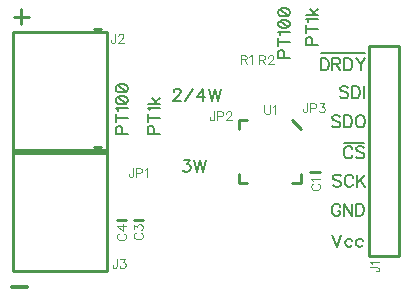
<source format=gbr>
G04 DipTrace 2.2.0.9*
%INTopSilk.gbr*%
%MOIN*%
%ADD10C,0.0098*%
%ADD14C,0.0138*%
%ADD18C,0.007*%
%ADD32C,0.0046*%
%ADD33C,0.0062*%
%ADD34C,0.0093*%
%FSLAX44Y44*%
G04*
G70*
G90*
G75*
G01*
%LNTopSilk*%
%LPD*%
X15530Y8232D2*
D10*
X15215D1*
X9644Y6644D2*
X9329D1*
X9076Y6643D2*
X8761D1*
X18191Y12440D2*
X17191D1*
X18191Y5440D2*
Y12440D1*
Y5440D2*
X17191D1*
Y12440D1*
X5325Y8884D2*
X8445D1*
Y12924D1*
X5325D1*
Y8884D1*
X8235Y13014D2*
X8015D1*
X5325Y4945D2*
X8445D1*
Y8985D1*
X5325D1*
Y4945D1*
X8235Y9075D2*
X8015D1*
X14907Y9678D2*
X14620Y9965D1*
X13124D2*
X12837D1*
Y9678D1*
Y8182D2*
Y7895D1*
X13124D1*
X14620D2*
X14907D1*
Y8182D1*
X16345Y9200D2*
D18*
X17016D1*
X15571Y12198D2*
X17038D1*
X15321Y7861D2*
D32*
X15292Y7847D1*
D2*
X15263Y7818D1*
D2*
X15249Y7790D1*
D2*
Y7732D1*
D2*
X15263Y7703D1*
D2*
X15292Y7675D1*
D2*
X15321Y7660D1*
D2*
X15364Y7646D1*
D2*
X15436D1*
D2*
X15479Y7660D1*
D2*
X15508Y7675D1*
D2*
X15536Y7703D1*
D2*
X15551Y7732D1*
D2*
Y7790D1*
D2*
X15536Y7818D1*
D2*
X15508Y7847D1*
D2*
X15479Y7861D1*
X15307Y7954D2*
X15292Y7983D1*
D2*
X15250Y8026D1*
D2*
X15551D1*
X9408Y6217D2*
X9379Y6203D1*
D2*
X9350Y6174D1*
D2*
X9336Y6146D1*
D2*
Y6088D1*
D2*
X9350Y6059D1*
D2*
X9379Y6031D1*
D2*
X9408Y6016D1*
D2*
X9451Y6002D1*
D2*
X9523D1*
D2*
X9566Y6016D1*
D2*
X9594Y6031D1*
D2*
X9623Y6059D1*
D2*
X9638Y6088D1*
D2*
Y6146D1*
D2*
X9623Y6174D1*
D2*
X9594Y6203D1*
D2*
X9566Y6217D1*
X9336Y6339D2*
Y6496D1*
D2*
X9451Y6410D1*
D2*
Y6453D1*
D2*
X9465Y6482D1*
D2*
X9480Y6496D1*
D2*
X9523Y6511D1*
D2*
X9551D1*
D2*
X9594Y6496D1*
D2*
X9623Y6468D1*
D2*
X9638Y6425D1*
D2*
Y6381D1*
D2*
X9623Y6339D1*
D2*
X9609Y6324D1*
D2*
X9580Y6310D1*
X8845Y6197D2*
X8816Y6182D1*
D2*
X8787Y6154D1*
D2*
X8773Y6125D1*
D2*
Y6068D1*
D2*
X8787Y6039D1*
D2*
X8816Y6010D1*
D2*
X8845Y5996D1*
D2*
X8888Y5981D1*
D2*
X8960D1*
D2*
X9003Y5996D1*
D2*
X9032Y6010D1*
D2*
X9060Y6039D1*
D2*
X9075Y6068D1*
D2*
Y6125D1*
D2*
X9060Y6154D1*
D2*
X9032Y6182D1*
D2*
X9003Y6197D1*
X9075Y6433D2*
X8774D1*
D2*
X8974Y6289D1*
D2*
Y6504D1*
X17220Y5078D2*
X17449D1*
D2*
X17492Y5064D1*
D2*
X17507Y5049D1*
D2*
X17521Y5020D1*
D2*
Y4992D1*
D2*
X17507Y4963D1*
D2*
X17492Y4949D1*
D2*
X17449Y4934D1*
D2*
X17421D1*
X17277Y5170D2*
X17263Y5199D1*
D2*
X17220Y5242D1*
D2*
X17521D1*
X8713Y12847D2*
Y12618D1*
D2*
X8699Y12575D1*
D2*
X8684Y12561D1*
D2*
X8656Y12546D1*
D2*
X8627D1*
D2*
X8598Y12561D1*
D2*
X8584Y12575D1*
D2*
X8569Y12618D1*
D2*
Y12646D1*
X8820Y12775D2*
Y12790D1*
D2*
X8834Y12819D1*
D2*
X8849Y12833D1*
D2*
X8878Y12847D1*
D2*
X8935D1*
D2*
X8963Y12833D1*
D2*
X8978Y12819D1*
D2*
X8992Y12790D1*
D2*
Y12761D1*
D2*
X8978Y12732D1*
D2*
X8949Y12690D1*
D2*
X8806Y12546D1*
D2*
X9007D1*
X8771Y5347D2*
Y5118D1*
D2*
X8756Y5074D1*
D2*
X8742Y5060D1*
D2*
X8713Y5046D1*
D2*
X8684D1*
D2*
X8656Y5060D1*
D2*
X8642Y5074D1*
D2*
X8627Y5118D1*
D2*
Y5146D1*
X8892Y5347D2*
X9050D1*
D2*
X8964Y5232D1*
D2*
X9007D1*
D2*
X9035Y5218D1*
D2*
X9050Y5203D1*
D2*
X9064Y5160D1*
D2*
Y5132D1*
D2*
X9050Y5089D1*
D2*
X9021Y5060D1*
D2*
X8978Y5046D1*
D2*
X8935D1*
D2*
X8892Y5060D1*
D2*
X8878Y5074D1*
D2*
X8863Y5103D1*
X9315Y8374D2*
Y8145D1*
D2*
X9300Y8102D1*
D2*
X9286Y8088D1*
D2*
X9257Y8073D1*
D2*
X9228D1*
D2*
X9200Y8088D1*
D2*
X9186Y8102D1*
D2*
X9171Y8145D1*
D2*
Y8173D1*
X9407Y8217D2*
X9537D1*
D2*
X9579Y8231D1*
D2*
X9594Y8245D1*
D2*
X9608Y8274D1*
D2*
Y8317D1*
D2*
X9594Y8346D1*
D2*
X9579Y8360D1*
D2*
X9537Y8374D1*
D2*
X9407D1*
D2*
Y8073D1*
X9701Y8317D2*
X9730Y8331D1*
D2*
X9773Y8374D1*
D2*
Y8073D1*
X12018Y10266D2*
Y10037D1*
D2*
X12004Y9994D1*
D2*
X11989Y9979D1*
D2*
X11961Y9965D1*
D2*
X11932D1*
D2*
X11903Y9979D1*
D2*
X11889Y9994D1*
D2*
X11875Y10037D1*
D2*
Y10065D1*
X12111Y10108D2*
X12240D1*
D2*
X12283Y10123D1*
D2*
X12298Y10137D1*
D2*
X12312Y10166D1*
D2*
Y10209D1*
D2*
X12298Y10237D1*
D2*
X12283Y10252D1*
D2*
X12240Y10266D1*
D2*
X12111D1*
D2*
Y9965D1*
X12419Y10194D2*
Y10209D1*
D2*
X12433Y10237D1*
D2*
X12448Y10252D1*
D2*
X12476Y10266D1*
D2*
X12534D1*
D2*
X12562Y10252D1*
D2*
X12577Y10237D1*
D2*
X12591Y10209D1*
D2*
Y10180D1*
D2*
X12577Y10151D1*
D2*
X12548Y10108D1*
D2*
X12404Y9965D1*
D2*
X12605D1*
X15119Y10541D2*
Y10311D1*
D2*
X15105Y10268D1*
D2*
X15090Y10254D1*
D2*
X15062Y10239D1*
D2*
X15033D1*
D2*
X15004Y10254D1*
D2*
X14990Y10268D1*
D2*
X14976Y10311D1*
D2*
Y10340D1*
X15212Y10383D2*
X15341D1*
D2*
X15384Y10397D1*
D2*
X15399Y10412D1*
D2*
X15413Y10440D1*
D2*
Y10484D1*
D2*
X15399Y10512D1*
D2*
X15384Y10527D1*
D2*
X15341Y10541D1*
D2*
X15212D1*
D2*
Y10239D1*
X15534Y10541D2*
X15692D1*
D2*
X15606Y10426D1*
D2*
X15649D1*
D2*
X15678Y10412D1*
D2*
X15692Y10397D1*
D2*
X15706Y10354D1*
D2*
Y10326D1*
D2*
X15692Y10283D1*
D2*
X15663Y10254D1*
D2*
X15620Y10239D1*
D2*
X15577D1*
D2*
X15534Y10254D1*
D2*
X15520Y10268D1*
D2*
X15505Y10297D1*
X12894Y11998D2*
X13023D1*
D2*
X13067Y12012D1*
D2*
X13081Y12027D1*
D2*
X13095Y12055D1*
D2*
Y12084D1*
D2*
X13081Y12113D1*
D2*
X13067Y12127D1*
D2*
X13023Y12141D1*
D2*
X12894D1*
D2*
Y11840D1*
X12995Y11998D2*
X13095Y11840D1*
X13188Y12084D2*
X13217Y12098D1*
D2*
X13260Y12141D1*
D2*
Y11840D1*
X13511Y11989D2*
X13640D1*
D2*
X13684Y12004D1*
D2*
X13698Y12018D1*
D2*
X13712Y12047D1*
D2*
Y12076D1*
D2*
X13698Y12104D1*
D2*
X13684Y12119D1*
D2*
X13640Y12133D1*
D2*
X13511D1*
D2*
Y11832D1*
X13612Y11989D2*
X13712Y11832D1*
X13820Y12061D2*
Y12075D1*
D2*
X13834Y12104D1*
D2*
X13848Y12118D1*
D2*
X13877Y12133D1*
D2*
X13934D1*
D2*
X13963Y12118D1*
D2*
X13977Y12104D1*
D2*
X13992Y12075D1*
D2*
Y12047D1*
D2*
X13977Y12018D1*
D2*
X13949Y11975D1*
D2*
X13805Y11832D1*
D2*
X14006D1*
X13689Y10478D2*
Y10262D1*
D2*
X13703Y10219D1*
D2*
X13732Y10191D1*
D2*
X13775Y10176D1*
D2*
X13804D1*
D2*
X13847Y10191D1*
D2*
X13876Y10219D1*
D2*
X13890Y10262D1*
D2*
Y10478D1*
X13983Y10420D2*
X14012Y10434D1*
D2*
X14055Y10477D1*
D2*
Y10176D1*
X15954Y6154D2*
D33*
X16106Y5752D1*
D2*
X16259Y6154D1*
X16613Y5962D2*
X16574Y6001D1*
D2*
X16536Y6020D1*
D2*
X16479D1*
D2*
X16440Y6001D1*
D2*
X16402Y5962D1*
D2*
X16383Y5905D1*
D2*
Y5867D1*
D2*
X16402Y5809D1*
D2*
X16440Y5771D1*
D2*
X16479Y5752D1*
D2*
X16536D1*
D2*
X16574Y5771D1*
D2*
X16613Y5809D1*
X16966Y5962D2*
X16928Y6001D1*
D2*
X16889Y6020D1*
D2*
X16832D1*
D2*
X16794Y6001D1*
D2*
X16756Y5962D1*
D2*
X16736Y5905D1*
D2*
Y5867D1*
D2*
X16756Y5809D1*
D2*
X16794Y5771D1*
D2*
X16832Y5752D1*
D2*
X16889D1*
D2*
X16928Y5771D1*
D2*
X16966Y5809D1*
X16224Y7092D2*
X16205Y7130D1*
D2*
X16166Y7168D1*
D2*
X16128Y7187D1*
D2*
X16052D1*
D2*
X16013Y7168D1*
D2*
X15975Y7130D1*
D2*
X15956Y7092D1*
D2*
X15937Y7034D1*
D2*
Y6938D1*
D2*
X15956Y6881D1*
D2*
X15975Y6843D1*
D2*
X16013Y6805D1*
D2*
X16052Y6785D1*
D2*
X16128D1*
D2*
X16166Y6805D1*
D2*
X16205Y6843D1*
D2*
X16224Y6881D1*
D2*
Y6938D1*
D2*
X16128D1*
X16615Y7187D2*
Y6785D1*
D2*
X16347Y7187D1*
D2*
Y6785D1*
X16739Y7187D2*
Y6785D1*
D2*
X16873D1*
D2*
X16930Y6805D1*
D2*
X16968Y6843D1*
D2*
X16988Y6881D1*
D2*
X17007Y6938D1*
D2*
Y7034D1*
D2*
X16988Y7092D1*
D2*
X16968Y7130D1*
D2*
X16930Y7168D1*
D2*
X16873Y7187D1*
D2*
X16739D1*
X16237Y8100D2*
X16199Y8138D1*
D2*
X16141Y8157D1*
D2*
X16065D1*
D2*
X16007Y8138D1*
D2*
X15969Y8100D1*
D2*
Y8062D1*
D2*
X15988Y8023D1*
D2*
X16007Y8004D1*
D2*
X16045Y7985D1*
D2*
X16160Y7947D1*
D2*
X16199Y7928D1*
D2*
X16218Y7908D1*
D2*
X16237Y7870D1*
D2*
Y7813D1*
D2*
X16199Y7775D1*
D2*
X16141Y7755D1*
D2*
X16065D1*
D2*
X16007Y7775D1*
D2*
X15969Y7813D1*
X16647Y8062D2*
X16628Y8100D1*
D2*
X16590Y8138D1*
D2*
X16552Y8157D1*
D2*
X16475D1*
D2*
X16437Y8138D1*
D2*
X16399Y8100D1*
D2*
X16379Y8062D1*
D2*
X16360Y8004D1*
D2*
Y7908D1*
D2*
X16379Y7851D1*
D2*
X16399Y7813D1*
D2*
X16437Y7775D1*
D2*
X16475Y7755D1*
D2*
X16552D1*
D2*
X16590Y7775D1*
D2*
X16628Y7813D1*
D2*
X16647Y7851D1*
X16771Y8157D2*
Y7755D1*
X17039Y8157D2*
X16771Y7889D1*
X16866Y7985D2*
X17039Y7755D1*
X16624Y9010D2*
X16605Y9048D1*
D2*
X16567Y9087D1*
D2*
X16528Y9106D1*
D2*
X16452D1*
D2*
X16414Y9087D1*
D2*
X16376Y9048D1*
D2*
X16356Y9010D1*
D2*
X16337Y8953D1*
D2*
Y8857D1*
D2*
X16356Y8800D1*
D2*
X16376Y8761D1*
D2*
X16414Y8723D1*
D2*
X16452Y8704D1*
D2*
X16528D1*
D2*
X16567Y8723D1*
D2*
X16605Y8761D1*
D2*
X16624Y8800D1*
X17015Y9048D2*
X16977Y9087D1*
D2*
X16920Y9106D1*
D2*
X16843D1*
D2*
X16786Y9087D1*
D2*
X16748Y9048D1*
D2*
Y9010D1*
D2*
X16767Y8972D1*
D2*
X16786Y8953D1*
D2*
X16824Y8934D1*
D2*
X16939Y8895D1*
D2*
X16977Y8876D1*
D2*
X16996Y8857D1*
D2*
X17015Y8819D1*
D2*
Y8761D1*
D2*
X16977Y8723D1*
D2*
X16920Y8704D1*
D2*
X16843D1*
D2*
X16786Y8723D1*
D2*
X16748Y8761D1*
X16216Y10082D2*
X16178Y10120D1*
D2*
X16120Y10139D1*
D2*
X16044D1*
D2*
X15986Y10120D1*
D2*
X15948Y10082D1*
D2*
Y10044D1*
D2*
X15967Y10005D1*
D2*
X15986Y9986D1*
D2*
X16024Y9967D1*
D2*
X16139Y9929D1*
D2*
X16178Y9910D1*
D2*
X16197Y9890D1*
D2*
X16216Y9852D1*
D2*
Y9795D1*
D2*
X16178Y9757D1*
D2*
X16120Y9737D1*
D2*
X16044D1*
D2*
X15986Y9757D1*
D2*
X15948Y9795D1*
X16339Y10139D2*
Y9737D1*
D2*
X16473D1*
D2*
X16531Y9757D1*
D2*
X16569Y9795D1*
D2*
X16588Y9833D1*
D2*
X16607Y9890D1*
D2*
Y9986D1*
D2*
X16588Y10044D1*
D2*
X16569Y10082D1*
D2*
X16531Y10120D1*
D2*
X16473Y10139D1*
D2*
X16339D1*
X16846D2*
X16807Y10120D1*
D2*
X16769Y10082D1*
D2*
X16750Y10044D1*
D2*
X16731Y9986D1*
D2*
Y9890D1*
D2*
X16750Y9833D1*
D2*
X16769Y9795D1*
D2*
X16807Y9757D1*
D2*
X16846Y9737D1*
D2*
X16922D1*
D2*
X16960Y9757D1*
D2*
X16999Y9795D1*
D2*
X17018Y9833D1*
D2*
X17037Y9890D1*
D2*
Y9986D1*
D2*
X17018Y10044D1*
D2*
X16999Y10082D1*
D2*
X16960Y10120D1*
D2*
X16922Y10139D1*
D2*
X16846D1*
X16481Y11053D2*
X16443Y11092D1*
D2*
X16385Y11111D1*
D2*
X16309D1*
D2*
X16251Y11092D1*
D2*
X16213Y11053D1*
D2*
Y11015D1*
D2*
X16232Y10977D1*
D2*
X16251Y10958D1*
D2*
X16289Y10939D1*
D2*
X16404Y10900D1*
D2*
X16443Y10881D1*
D2*
X16462Y10862D1*
D2*
X16481Y10824D1*
D2*
Y10766D1*
D2*
X16443Y10728D1*
D2*
X16385Y10709D1*
D2*
X16309D1*
D2*
X16251Y10728D1*
D2*
X16213Y10766D1*
X16604Y11111D2*
Y10709D1*
D2*
X16738D1*
D2*
X16796Y10728D1*
D2*
X16834Y10766D1*
D2*
X16853Y10805D1*
D2*
X16872Y10862D1*
D2*
Y10958D1*
D2*
X16853Y11015D1*
D2*
X16834Y11053D1*
D2*
X16796Y11092D1*
D2*
X16738Y11111D1*
D2*
X16604D1*
X16996D2*
Y10709D1*
X15566Y12038D2*
Y11636D1*
D2*
X15700D1*
D2*
X15757Y11656D1*
D2*
X15796Y11694D1*
D2*
X15815Y11732D1*
D2*
X15834Y11789D1*
D2*
Y11885D1*
D2*
X15815Y11943D1*
D2*
X15796Y11981D1*
D2*
X15757Y12019D1*
D2*
X15700Y12038D1*
D2*
X15566D1*
X15957Y11847D2*
X16129D1*
D2*
X16187Y11866D1*
D2*
X16206Y11885D1*
D2*
X16225Y11923D1*
D2*
Y11962D1*
D2*
X16206Y12000D1*
D2*
X16187Y12019D1*
D2*
X16129Y12038D1*
D2*
X15957D1*
D2*
Y11636D1*
X16091Y11847D2*
X16225Y11636D1*
X16349Y12038D2*
Y11636D1*
D2*
X16483D1*
D2*
X16540Y11656D1*
D2*
X16578Y11694D1*
D2*
X16597Y11732D1*
D2*
X16616Y11789D1*
D2*
Y11885D1*
D2*
X16597Y11943D1*
D2*
X16578Y11981D1*
D2*
X16540Y12019D1*
D2*
X16483Y12038D1*
D2*
X16349D1*
X16740D2*
X16893Y11847D1*
D2*
Y11636D1*
X17046Y12038D2*
X16893Y11847D1*
X8949Y9507D2*
Y9680D1*
D2*
X8930Y9737D1*
D2*
X8910Y9756D1*
D2*
X8872Y9775D1*
D2*
X8815D1*
D2*
X8777Y9756D1*
D2*
X8757Y9737D1*
D2*
X8738Y9680D1*
D2*
Y9507D1*
D2*
X9140D1*
X8738Y10033D2*
X9140D1*
X8738Y9899D2*
Y10167D1*
X8815Y10290D2*
X8796Y10329D1*
D2*
X8739Y10386D1*
D2*
X9140D1*
X8739Y10625D2*
X8758Y10567D1*
D2*
X8815Y10529D1*
D2*
X8911Y10510D1*
D2*
X8968D1*
D2*
X9064Y10529D1*
D2*
X9121Y10567D1*
D2*
X9140Y10625D1*
D2*
Y10663D1*
D2*
X9121Y10720D1*
D2*
X9064Y10758D1*
D2*
X8968Y10778D1*
D2*
X8911D1*
D2*
X8815Y10758D1*
D2*
X8758Y10720D1*
D2*
X8739Y10663D1*
D2*
Y10625D1*
X8815Y10758D2*
X9064Y10529D1*
X8739Y11016D2*
X8758Y10959D1*
D2*
X8815Y10920D1*
D2*
X8911Y10901D1*
D2*
X8968D1*
D2*
X9064Y10920D1*
D2*
X9121Y10959D1*
D2*
X9140Y11016D1*
D2*
Y11054D1*
D2*
X9121Y11112D1*
D2*
X9064Y11150D1*
D2*
X8968Y11169D1*
D2*
X8911D1*
D2*
X8815Y11150D1*
D2*
X8758Y11112D1*
D2*
X8739Y11054D1*
D2*
Y11016D1*
X8815Y11150D2*
X9064Y10920D1*
X10008Y9516D2*
Y9688D1*
D2*
X9989Y9745D1*
D2*
X9970Y9765D1*
D2*
X9932Y9784D1*
D2*
X9874D1*
D2*
X9836Y9765D1*
D2*
X9817Y9745D1*
D2*
X9798Y9688D1*
D2*
Y9516D1*
D2*
X10200D1*
X9798Y10041D2*
X10200D1*
X9798Y9907D2*
Y10175D1*
X9875Y10299D2*
X9855Y10337D1*
D2*
X9798Y10395D1*
D2*
X10200D1*
X9798Y10518D2*
X10200D1*
X9932Y10710D2*
X10123Y10518D1*
X10047Y10595D2*
X10200Y10729D1*
X15283Y12479D2*
Y12652D1*
D2*
X15264Y12709D1*
D2*
X15245Y12728D1*
D2*
X15207Y12747D1*
D2*
X15149D1*
D2*
X15111Y12728D1*
D2*
X15092Y12709D1*
D2*
X15073Y12652D1*
D2*
Y12479D1*
D2*
X15475D1*
X15073Y13005D2*
X15475D1*
X15073Y12871D2*
Y13139D1*
X15150Y13262D2*
X15130Y13301D1*
D2*
X15073Y13358D1*
D2*
X15475D1*
X15073Y13482D2*
X15475D1*
X15207Y13673D2*
X15398Y13482D1*
X15322Y13558D2*
X15475Y13692D1*
X14351Y12044D2*
Y12216D1*
D2*
X14332Y12273D1*
D2*
X14312Y12293D1*
D2*
X14274Y12312D1*
D2*
X14217D1*
D2*
X14179Y12293D1*
D2*
X14159Y12273D1*
D2*
X14140Y12216D1*
D2*
Y12044D1*
D2*
X14542D1*
X14140Y12569D2*
X14542D1*
X14140Y12435D2*
Y12703D1*
X14217Y12827D2*
X14198Y12865D1*
D2*
X14141Y12923D1*
D2*
X14542D1*
X14141Y13161D2*
X14160Y13104D1*
D2*
X14217Y13065D1*
D2*
X14313Y13046D1*
D2*
X14370D1*
D2*
X14466Y13065D1*
D2*
X14523Y13104D1*
D2*
X14542Y13161D1*
D2*
Y13199D1*
D2*
X14523Y13257D1*
D2*
X14466Y13295D1*
D2*
X14370Y13314D1*
D2*
X14313D1*
D2*
X14217Y13295D1*
D2*
X14160Y13257D1*
D2*
X14141Y13199D1*
D2*
Y13161D1*
X14217Y13295D2*
X14466Y13065D1*
X14141Y13553D2*
X14160Y13495D1*
D2*
X14217Y13457D1*
D2*
X14313Y13438D1*
D2*
X14370D1*
D2*
X14466Y13457D1*
D2*
X14523Y13495D1*
D2*
X14542Y13553D1*
D2*
Y13591D1*
D2*
X14523Y13648D1*
D2*
X14466Y13686D1*
D2*
X14370Y13706D1*
D2*
X14313D1*
D2*
X14217Y13686D1*
D2*
X14160Y13648D1*
D2*
X14141Y13591D1*
D2*
Y13553D1*
X14217Y13686D2*
X14466Y13457D1*
X11002Y8655D2*
X11212D1*
D2*
X11098Y8502D1*
D2*
X11155D1*
D2*
X11193Y8483D1*
D2*
X11212Y8464D1*
D2*
X11232Y8406D1*
D2*
Y8368D1*
D2*
X11212Y8311D1*
D2*
X11174Y8272D1*
D2*
X11117Y8253D1*
D2*
X11059D1*
D2*
X11002Y8272D1*
D2*
X10983Y8292D1*
D2*
X10964Y8330D1*
X11355Y8655D2*
X11451Y8253D1*
D2*
X11547Y8655D1*
D2*
X11642Y8253D1*
D2*
X11738Y8655D1*
X10673Y10929D2*
Y10948D1*
D2*
X10692Y10987D1*
D2*
X10711Y11006D1*
D2*
X10750Y11025D1*
D2*
X10826D1*
D2*
X10864Y11006D1*
D2*
X10883Y10987D1*
D2*
X10903Y10948D1*
D2*
Y10910D1*
D2*
X10883Y10872D1*
D2*
X10845Y10815D1*
D2*
X10654Y10623D1*
D2*
X10922D1*
X11045D2*
X11313Y11025D1*
X11628Y10623D2*
Y11025D1*
D2*
X11437Y10757D1*
D2*
X11724D1*
X11847Y11025D2*
X11943Y10623D1*
D2*
X12038Y11025D1*
D2*
X12134Y10623D1*
D2*
X12230Y11025D1*
X5592Y13689D2*
D34*
Y13172D1*
X5334Y13430D2*
X5851D1*
X5271Y4418D2*
D14*
X5768D1*
M02*

</source>
